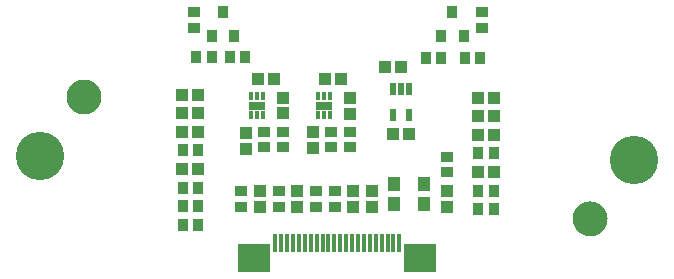
<source format=gts>
G04*
G04 #@! TF.GenerationSoftware,Altium Limited,Altium Designer,19.0.11 (319)*
G04*
G04 Layer_Color=8388736*
%FSLAX44Y44*%
%MOMM*%
G71*
G01*
G75*
%ADD27C,3.0000*%
%ADD28R,0.5500X1.0500*%
%ADD29R,1.1000X1.3000*%
%ADD30R,1.1000X1.0000*%
%ADD31R,1.0500X0.9500*%
%ADD32R,0.4000X0.8000*%
%ADD33R,1.4100X0.6500*%
%ADD34R,0.9500X1.0500*%
%ADD35R,1.0000X1.1000*%
%ADD36R,0.9000X1.0000*%
%ADD37R,0.4000X1.5000*%
%ADD38R,2.7500X2.4000*%
%ADD39C,4.1000*%
D27*
X58510Y178500D02*
G03*
X58510Y178500I-10J0D01*
G01*
X487010Y75250D02*
G03*
X487010Y75250I-10J0D01*
G01*
D28*
X333500Y185250D02*
D03*
X327000D02*
D03*
X320500D02*
D03*
Y163250D02*
D03*
X333500D02*
D03*
D29*
X346750Y104750D02*
D03*
Y87750D02*
D03*
X320750Y104750D02*
D03*
Y87750D02*
D03*
D30*
X302250Y99000D02*
D03*
Y85500D02*
D03*
X252250Y149000D02*
D03*
Y135500D02*
D03*
X286500Y99000D02*
D03*
Y85500D02*
D03*
X207500Y99000D02*
D03*
Y85500D02*
D03*
X239000Y99000D02*
D03*
Y85500D02*
D03*
X283750Y177750D02*
D03*
Y164250D02*
D03*
X365500Y85500D02*
D03*
Y99000D02*
D03*
X195500Y134500D02*
D03*
Y148000D02*
D03*
X227000Y178000D02*
D03*
Y164500D02*
D03*
D31*
X268000Y149000D02*
D03*
Y136000D02*
D03*
X283750Y149000D02*
D03*
Y136000D02*
D03*
X191750Y85500D02*
D03*
Y98500D02*
D03*
X223250Y85500D02*
D03*
Y98500D02*
D03*
X270750D02*
D03*
Y85500D02*
D03*
X254750Y98500D02*
D03*
Y85500D02*
D03*
X365750Y114750D02*
D03*
Y127750D02*
D03*
X395750Y250250D02*
D03*
Y237250D02*
D03*
X151250Y250250D02*
D03*
Y237250D02*
D03*
X227000Y136000D02*
D03*
Y149000D02*
D03*
X211250Y136000D02*
D03*
Y149000D02*
D03*
D32*
X266750Y179000D02*
D03*
X261750D02*
D03*
X256750D02*
D03*
Y163000D02*
D03*
X261750D02*
D03*
X266750D02*
D03*
X210000Y179000D02*
D03*
X205000D02*
D03*
X200000D02*
D03*
Y163000D02*
D03*
X205000D02*
D03*
X210000D02*
D03*
D33*
X261750Y171000D02*
D03*
X205000Y171000D02*
D03*
D34*
X405500Y83500D02*
D03*
X392500D02*
D03*
X405500Y99250D02*
D03*
X392500D02*
D03*
X405500Y130750D02*
D03*
X392500D02*
D03*
X142000Y133250D02*
D03*
X155000D02*
D03*
X142000Y101750D02*
D03*
X155000D02*
D03*
X142000Y70250D02*
D03*
X155000D02*
D03*
X142000Y86000D02*
D03*
X155000D02*
D03*
X361000Y211750D02*
D03*
X348000D02*
D03*
X393750D02*
D03*
X380750D02*
D03*
X182250Y212000D02*
D03*
X195250D02*
D03*
X153750D02*
D03*
X166750D02*
D03*
D35*
X405500Y178000D02*
D03*
X392000D02*
D03*
Y115000D02*
D03*
X405500D02*
D03*
X392000Y162250D02*
D03*
X405500D02*
D03*
Y146500D02*
D03*
X392000D02*
D03*
X141500Y180500D02*
D03*
X155000D02*
D03*
Y117500D02*
D03*
X141500D02*
D03*
X155000Y164750D02*
D03*
X141500D02*
D03*
Y149000D02*
D03*
X155000D02*
D03*
X276000Y194000D02*
D03*
X262500D02*
D03*
X320000Y147500D02*
D03*
X333500D02*
D03*
X313500Y203750D02*
D03*
X327000D02*
D03*
X219250Y194000D02*
D03*
X205750D02*
D03*
D36*
X370500Y250250D02*
D03*
X380000Y230250D02*
D03*
X361000D02*
D03*
X176250Y250250D02*
D03*
X185750Y230250D02*
D03*
X166750D02*
D03*
D37*
X325500Y54500D02*
D03*
X320500D02*
D03*
X220500D02*
D03*
X225500D02*
D03*
X230500D02*
D03*
X235500D02*
D03*
X240500D02*
D03*
X245500D02*
D03*
X250500D02*
D03*
X255500D02*
D03*
X260500D02*
D03*
X265500D02*
D03*
X270500D02*
D03*
X275500D02*
D03*
X280500D02*
D03*
X285500D02*
D03*
X290500D02*
D03*
X295500D02*
D03*
X300500D02*
D03*
X305500D02*
D03*
X310500D02*
D03*
X315500D02*
D03*
D38*
X202750Y42000D02*
D03*
X343250D02*
D03*
D39*
X21500Y128250D02*
D03*
X524500Y124750D02*
D03*
M02*

</source>
